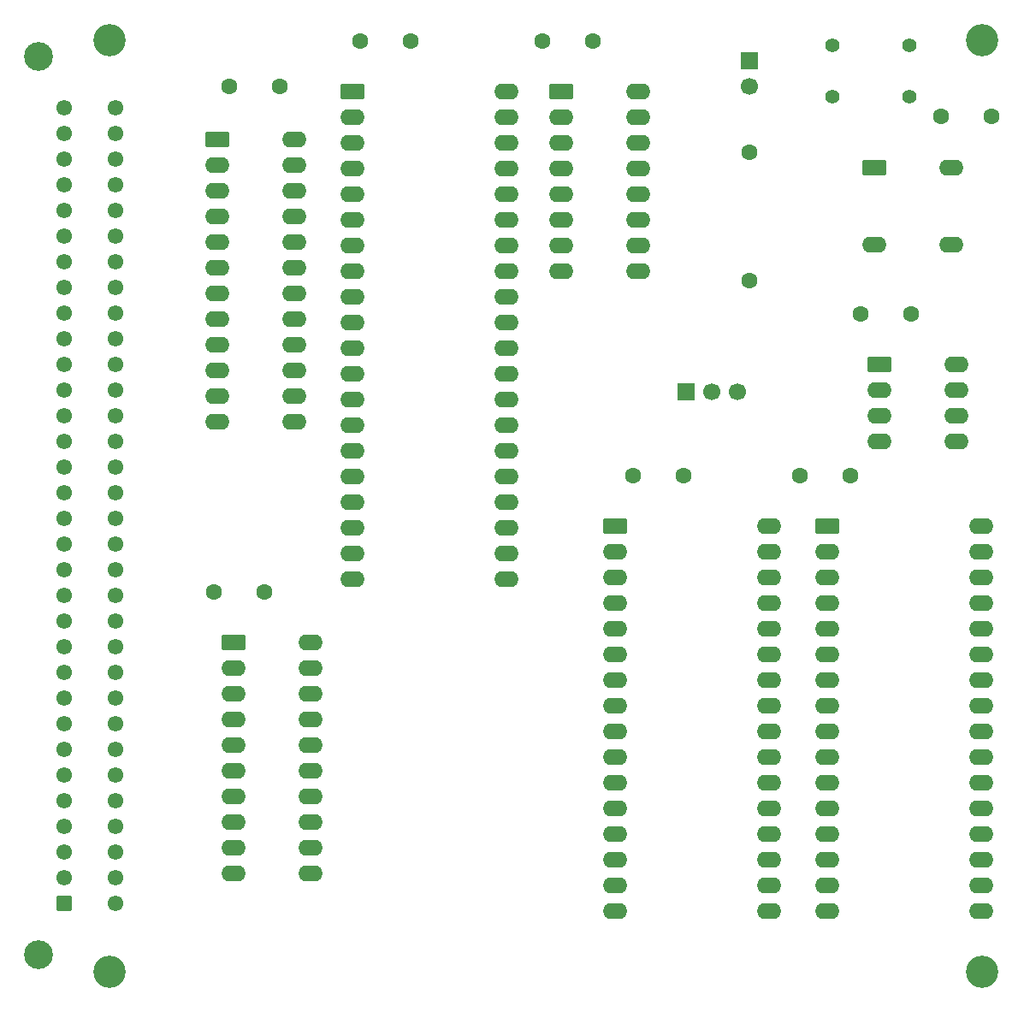
<source format=gts>
G04 #@! TF.GenerationSoftware,KiCad,Pcbnew,9.0.6*
G04 #@! TF.CreationDate,2025-12-29T15:57:50+11:00*
G04 #@! TF.ProjectId,MECB_8088_CPU,4d454342-5f38-4303-9838-5f4350552e6b,1.0*
G04 #@! TF.SameCoordinates,Original*
G04 #@! TF.FileFunction,Soldermask,Top*
G04 #@! TF.FilePolarity,Negative*
%FSLAX46Y46*%
G04 Gerber Fmt 4.6, Leading zero omitted, Abs format (unit mm)*
G04 Created by KiCad (PCBNEW 9.0.6) date 2025-12-29 15:57:50*
%MOMM*%
%LPD*%
G01*
G04 APERTURE LIST*
G04 Aperture macros list*
%AMRoundRect*
0 Rectangle with rounded corners*
0 $1 Rounding radius*
0 $2 $3 $4 $5 $6 $7 $8 $9 X,Y pos of 4 corners*
0 Add a 4 corners polygon primitive as box body*
4,1,4,$2,$3,$4,$5,$6,$7,$8,$9,$2,$3,0*
0 Add four circle primitives for the rounded corners*
1,1,$1+$1,$2,$3*
1,1,$1+$1,$4,$5*
1,1,$1+$1,$6,$7*
1,1,$1+$1,$8,$9*
0 Add four rect primitives between the rounded corners*
20,1,$1+$1,$2,$3,$4,$5,0*
20,1,$1+$1,$4,$5,$6,$7,0*
20,1,$1+$1,$6,$7,$8,$9,0*
20,1,$1+$1,$8,$9,$2,$3,0*%
G04 Aperture macros list end*
%ADD10RoundRect,0.250000X-0.950000X-0.550000X0.950000X-0.550000X0.950000X0.550000X-0.950000X0.550000X0*%
%ADD11O,2.400000X1.600000*%
%ADD12C,3.200000*%
%ADD13C,2.850000*%
%ADD14RoundRect,0.249550X0.525450X-0.525450X0.525450X0.525450X-0.525450X0.525450X-0.525450X-0.525450X0*%
%ADD15C,1.550000*%
%ADD16C,1.397000*%
%ADD17C,1.600000*%
%ADD18R,1.700000X1.700000*%
%ADD19C,1.700000*%
G04 APERTURE END LIST*
D10*
X130260000Y-55500000D03*
D11*
X130260000Y-58040000D03*
X130260000Y-60580000D03*
X130260000Y-63120000D03*
X130260000Y-65660000D03*
X130260000Y-68200000D03*
X130260000Y-70740000D03*
X130260000Y-73280000D03*
X130260000Y-75820000D03*
X130260000Y-78360000D03*
X130260000Y-80900000D03*
X130260000Y-83440000D03*
X130260000Y-85980000D03*
X130260000Y-88520000D03*
X130260000Y-91060000D03*
X130260000Y-93600000D03*
X130260000Y-96140000D03*
X130260000Y-98680000D03*
X130260000Y-101220000D03*
X130260000Y-103760000D03*
X145500000Y-103760000D03*
X145500000Y-101220000D03*
X145500000Y-98680000D03*
X145500000Y-96140000D03*
X145500000Y-93600000D03*
X145500000Y-91060000D03*
X145500000Y-88520000D03*
X145500000Y-85980000D03*
X145500000Y-83440000D03*
X145500000Y-80900000D03*
X145500000Y-78360000D03*
X145500000Y-75820000D03*
X145500000Y-73280000D03*
X145500000Y-70740000D03*
X145500000Y-68200000D03*
X145500000Y-65660000D03*
X145500000Y-63120000D03*
X145500000Y-60580000D03*
X145500000Y-58040000D03*
X145500000Y-55500000D03*
D12*
X192532000Y-50419000D03*
X192532000Y-142621000D03*
X106172000Y-50419000D03*
X106172000Y-142621000D03*
D13*
X99187000Y-140970000D03*
X99187000Y-52070000D03*
D14*
X101727000Y-135890000D03*
D15*
X101727000Y-133350000D03*
X101727000Y-130810000D03*
X101727000Y-128270000D03*
X101727000Y-125730000D03*
X101727000Y-123190000D03*
X101727000Y-120650000D03*
X101727000Y-118110000D03*
X101727000Y-115570000D03*
X101727000Y-113030000D03*
X101727000Y-110490000D03*
X101727000Y-107950000D03*
X101727000Y-105410000D03*
X101727000Y-102870000D03*
X101727000Y-100330000D03*
X101727000Y-97790000D03*
X101727000Y-95250000D03*
X101727000Y-92710000D03*
X101727000Y-90170000D03*
X101727000Y-87630000D03*
X101727000Y-85090000D03*
X101727000Y-82550000D03*
X101727000Y-80010000D03*
X101727000Y-77470000D03*
X101727000Y-74930000D03*
X101727000Y-72390000D03*
X101727000Y-69850000D03*
X101727000Y-67310000D03*
X101727000Y-64770000D03*
X101727000Y-62230000D03*
X101727000Y-59690000D03*
X101727000Y-57150000D03*
X106807000Y-135890000D03*
X106807000Y-133350000D03*
X106807000Y-130810000D03*
X106807000Y-128270000D03*
X106807000Y-125730000D03*
X106807000Y-123190000D03*
X106807000Y-120650000D03*
X106807000Y-118110000D03*
X106807000Y-115570000D03*
X106807000Y-113030000D03*
X106807000Y-110490000D03*
X106807000Y-107950000D03*
X106807000Y-105410000D03*
X106807000Y-102870000D03*
X106807000Y-100330000D03*
X106807000Y-97790000D03*
X106807000Y-95250000D03*
X106807000Y-92710000D03*
X106807000Y-90170000D03*
X106807000Y-87630000D03*
X106807000Y-85090000D03*
X106807000Y-82550000D03*
X106807000Y-80010000D03*
X106807000Y-77470000D03*
X106807000Y-74930000D03*
X106807000Y-72390000D03*
X106807000Y-69850000D03*
X106807000Y-67310000D03*
X106807000Y-64770000D03*
X106807000Y-62230000D03*
X106807000Y-59690000D03*
X106807000Y-57150000D03*
D16*
X177690000Y-50920000D03*
X185310000Y-50920000D03*
X177690000Y-56000000D03*
X185310000Y-56000000D03*
D17*
X180500000Y-77500000D03*
X185500000Y-77500000D03*
D10*
X156260000Y-98500000D03*
D11*
X156260000Y-101040000D03*
X156260000Y-103580000D03*
X156260000Y-106120000D03*
X156260000Y-108660000D03*
X156260000Y-111200000D03*
X156260000Y-113740000D03*
X156260000Y-116280000D03*
X156260000Y-118820000D03*
X156260000Y-121360000D03*
X156260000Y-123900000D03*
X156260000Y-126440000D03*
X156260000Y-128980000D03*
X156260000Y-131520000D03*
X156260000Y-134060000D03*
X156260000Y-136600000D03*
X171500000Y-136600000D03*
X171500000Y-134060000D03*
X171500000Y-131520000D03*
X171500000Y-128980000D03*
X171500000Y-126440000D03*
X171500000Y-123900000D03*
X171500000Y-121360000D03*
X171500000Y-118820000D03*
X171500000Y-116280000D03*
X171500000Y-113740000D03*
X171500000Y-111200000D03*
X171500000Y-108660000D03*
X171500000Y-106120000D03*
X171500000Y-103580000D03*
X171500000Y-101040000D03*
X171500000Y-98500000D03*
D17*
X158000000Y-93500000D03*
X163000000Y-93500000D03*
X174500000Y-93500000D03*
X179500000Y-93500000D03*
D10*
X116880000Y-60260000D03*
D11*
X116880000Y-62800000D03*
X116880000Y-65340000D03*
X116880000Y-67880000D03*
X116880000Y-70420000D03*
X116880000Y-72960000D03*
X116880000Y-75500000D03*
X116880000Y-78040000D03*
X116880000Y-80580000D03*
X116880000Y-83120000D03*
X116880000Y-85660000D03*
X116880000Y-88200000D03*
X124500000Y-88200000D03*
X124500000Y-85660000D03*
X124500000Y-83120000D03*
X124500000Y-80580000D03*
X124500000Y-78040000D03*
X124500000Y-75500000D03*
X124500000Y-72960000D03*
X124500000Y-70420000D03*
X124500000Y-67880000D03*
X124500000Y-65340000D03*
X124500000Y-62800000D03*
X124500000Y-60260000D03*
D18*
X169500000Y-52420000D03*
D19*
X169500000Y-54960000D03*
D10*
X182380000Y-82500000D03*
D11*
X182380000Y-85040000D03*
X182380000Y-87580000D03*
X182380000Y-90120000D03*
X190000000Y-90120000D03*
X190000000Y-87580000D03*
X190000000Y-85040000D03*
X190000000Y-82500000D03*
D17*
X188500000Y-58000000D03*
X193500000Y-58000000D03*
D10*
X181880000Y-63000000D03*
D11*
X181880000Y-70620000D03*
X189500000Y-70620000D03*
X189500000Y-63000000D03*
D17*
X118000000Y-55000000D03*
X123000000Y-55000000D03*
X116500000Y-105000000D03*
X121500000Y-105000000D03*
X169500000Y-61500000D03*
X169500000Y-74200000D03*
D10*
X177260000Y-98500000D03*
D11*
X177260000Y-101040000D03*
X177260000Y-103580000D03*
X177260000Y-106120000D03*
X177260000Y-108660000D03*
X177260000Y-111200000D03*
X177260000Y-113740000D03*
X177260000Y-116280000D03*
X177260000Y-118820000D03*
X177260000Y-121360000D03*
X177260000Y-123900000D03*
X177260000Y-126440000D03*
X177260000Y-128980000D03*
X177260000Y-131520000D03*
X177260000Y-134060000D03*
X177260000Y-136600000D03*
X192500000Y-136600000D03*
X192500000Y-134060000D03*
X192500000Y-131520000D03*
X192500000Y-128980000D03*
X192500000Y-126440000D03*
X192500000Y-123900000D03*
X192500000Y-121360000D03*
X192500000Y-118820000D03*
X192500000Y-116280000D03*
X192500000Y-113740000D03*
X192500000Y-111200000D03*
X192500000Y-108660000D03*
X192500000Y-106120000D03*
X192500000Y-103580000D03*
X192500000Y-101040000D03*
X192500000Y-98500000D03*
D10*
X118500000Y-110000000D03*
D11*
X118500000Y-112540000D03*
X118500000Y-115080000D03*
X118500000Y-117620000D03*
X118500000Y-120160000D03*
X118500000Y-122700000D03*
X118500000Y-125240000D03*
X118500000Y-127780000D03*
X118500000Y-130320000D03*
X118500000Y-132860000D03*
X126120000Y-132860000D03*
X126120000Y-130320000D03*
X126120000Y-127780000D03*
X126120000Y-125240000D03*
X126120000Y-122700000D03*
X126120000Y-120160000D03*
X126120000Y-117620000D03*
X126120000Y-115080000D03*
X126120000Y-112540000D03*
X126120000Y-110000000D03*
D17*
X154000000Y-50500000D03*
X149000000Y-50500000D03*
D10*
X150880000Y-55500000D03*
D11*
X150880000Y-58040000D03*
X150880000Y-60580000D03*
X150880000Y-63120000D03*
X150880000Y-65660000D03*
X150880000Y-68200000D03*
X150880000Y-70740000D03*
X150880000Y-73280000D03*
X158500000Y-73280000D03*
X158500000Y-70740000D03*
X158500000Y-68200000D03*
X158500000Y-65660000D03*
X158500000Y-63120000D03*
X158500000Y-60580000D03*
X158500000Y-58040000D03*
X158500000Y-55500000D03*
D18*
X163230000Y-85230000D03*
D19*
X165770000Y-85230000D03*
X168310000Y-85230000D03*
D17*
X131000000Y-50500000D03*
X136000000Y-50500000D03*
M02*

</source>
